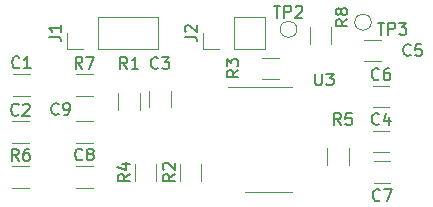
<source format=gbr>
%TF.GenerationSoftware,KiCad,Pcbnew,(6.0.4)*%
%TF.CreationDate,2022-08-01T11:19:28+10:00*%
%TF.ProjectId,GSR + ST V2,47535220-2b20-4535-9420-56322e6b6963,rev?*%
%TF.SameCoordinates,Original*%
%TF.FileFunction,Legend,Top*%
%TF.FilePolarity,Positive*%
%FSLAX46Y46*%
G04 Gerber Fmt 4.6, Leading zero omitted, Abs format (unit mm)*
G04 Created by KiCad (PCBNEW (6.0.4)) date 2022-08-01 11:19:28*
%MOMM*%
%LPD*%
G01*
G04 APERTURE LIST*
%ADD10C,0.150000*%
%ADD11C,0.120000*%
G04 APERTURE END LIST*
D10*
%TO.C,TP2*%
X202838095Y-105704380D02*
X203409523Y-105704380D01*
X203123809Y-106704380D02*
X203123809Y-105704380D01*
X203742857Y-106704380D02*
X203742857Y-105704380D01*
X204123809Y-105704380D01*
X204219047Y-105752000D01*
X204266666Y-105799619D01*
X204314285Y-105894857D01*
X204314285Y-106037714D01*
X204266666Y-106132952D01*
X204219047Y-106180571D01*
X204123809Y-106228190D01*
X203742857Y-106228190D01*
X204695238Y-105799619D02*
X204742857Y-105752000D01*
X204838095Y-105704380D01*
X205076190Y-105704380D01*
X205171428Y-105752000D01*
X205219047Y-105799619D01*
X205266666Y-105894857D01*
X205266666Y-105990095D01*
X205219047Y-106132952D01*
X204647619Y-106704380D01*
X205266666Y-106704380D01*
%TO.C,J2*%
X195322380Y-108333333D02*
X196036666Y-108333333D01*
X196179523Y-108380952D01*
X196274761Y-108476190D01*
X196322380Y-108619047D01*
X196322380Y-108714285D01*
X195417619Y-107904761D02*
X195370000Y-107857142D01*
X195322380Y-107761904D01*
X195322380Y-107523809D01*
X195370000Y-107428571D01*
X195417619Y-107380952D01*
X195512857Y-107333333D01*
X195608095Y-107333333D01*
X195750952Y-107380952D01*
X196322380Y-107952380D01*
X196322380Y-107333333D01*
%TO.C,C2*%
X181233333Y-114907142D02*
X181185714Y-114954761D01*
X181042857Y-115002380D01*
X180947619Y-115002380D01*
X180804761Y-114954761D01*
X180709523Y-114859523D01*
X180661904Y-114764285D01*
X180614285Y-114573809D01*
X180614285Y-114430952D01*
X180661904Y-114240476D01*
X180709523Y-114145238D01*
X180804761Y-114050000D01*
X180947619Y-114002380D01*
X181042857Y-114002380D01*
X181185714Y-114050000D01*
X181233333Y-114097619D01*
X181614285Y-114097619D02*
X181661904Y-114050000D01*
X181757142Y-114002380D01*
X181995238Y-114002380D01*
X182090476Y-114050000D01*
X182138095Y-114097619D01*
X182185714Y-114192857D01*
X182185714Y-114288095D01*
X182138095Y-114430952D01*
X181566666Y-115002380D01*
X182185714Y-115002380D01*
%TO.C,C1*%
X181308333Y-110907142D02*
X181260714Y-110954761D01*
X181117857Y-111002380D01*
X181022619Y-111002380D01*
X180879761Y-110954761D01*
X180784523Y-110859523D01*
X180736904Y-110764285D01*
X180689285Y-110573809D01*
X180689285Y-110430952D01*
X180736904Y-110240476D01*
X180784523Y-110145238D01*
X180879761Y-110050000D01*
X181022619Y-110002380D01*
X181117857Y-110002380D01*
X181260714Y-110050000D01*
X181308333Y-110097619D01*
X182260714Y-111002380D02*
X181689285Y-111002380D01*
X181975000Y-111002380D02*
X181975000Y-110002380D01*
X181879761Y-110145238D01*
X181784523Y-110240476D01*
X181689285Y-110288095D01*
%TO.C,R4*%
X190652380Y-119966666D02*
X190176190Y-120300000D01*
X190652380Y-120538095D02*
X189652380Y-120538095D01*
X189652380Y-120157142D01*
X189700000Y-120061904D01*
X189747619Y-120014285D01*
X189842857Y-119966666D01*
X189985714Y-119966666D01*
X190080952Y-120014285D01*
X190128571Y-120061904D01*
X190176190Y-120157142D01*
X190176190Y-120538095D01*
X189985714Y-119109523D02*
X190652380Y-119109523D01*
X189604761Y-119347619D02*
X190319047Y-119585714D01*
X190319047Y-118966666D01*
%TO.C,R5*%
X208533333Y-115802380D02*
X208200000Y-115326190D01*
X207961904Y-115802380D02*
X207961904Y-114802380D01*
X208342857Y-114802380D01*
X208438095Y-114850000D01*
X208485714Y-114897619D01*
X208533333Y-114992857D01*
X208533333Y-115135714D01*
X208485714Y-115230952D01*
X208438095Y-115278571D01*
X208342857Y-115326190D01*
X207961904Y-115326190D01*
X209438095Y-114802380D02*
X208961904Y-114802380D01*
X208914285Y-115278571D01*
X208961904Y-115230952D01*
X209057142Y-115183333D01*
X209295238Y-115183333D01*
X209390476Y-115230952D01*
X209438095Y-115278571D01*
X209485714Y-115373809D01*
X209485714Y-115611904D01*
X209438095Y-115707142D01*
X209390476Y-115754761D01*
X209295238Y-115802380D01*
X209057142Y-115802380D01*
X208961904Y-115754761D01*
X208914285Y-115707142D01*
%TO.C,C8*%
X186633333Y-118707142D02*
X186585714Y-118754761D01*
X186442857Y-118802380D01*
X186347619Y-118802380D01*
X186204761Y-118754761D01*
X186109523Y-118659523D01*
X186061904Y-118564285D01*
X186014285Y-118373809D01*
X186014285Y-118230952D01*
X186061904Y-118040476D01*
X186109523Y-117945238D01*
X186204761Y-117850000D01*
X186347619Y-117802380D01*
X186442857Y-117802380D01*
X186585714Y-117850000D01*
X186633333Y-117897619D01*
X187204761Y-118230952D02*
X187109523Y-118183333D01*
X187061904Y-118135714D01*
X187014285Y-118040476D01*
X187014285Y-117992857D01*
X187061904Y-117897619D01*
X187109523Y-117850000D01*
X187204761Y-117802380D01*
X187395238Y-117802380D01*
X187490476Y-117850000D01*
X187538095Y-117897619D01*
X187585714Y-117992857D01*
X187585714Y-118040476D01*
X187538095Y-118135714D01*
X187490476Y-118183333D01*
X187395238Y-118230952D01*
X187204761Y-118230952D01*
X187109523Y-118278571D01*
X187061904Y-118326190D01*
X187014285Y-118421428D01*
X187014285Y-118611904D01*
X187061904Y-118707142D01*
X187109523Y-118754761D01*
X187204761Y-118802380D01*
X187395238Y-118802380D01*
X187490476Y-118754761D01*
X187538095Y-118707142D01*
X187585714Y-118611904D01*
X187585714Y-118421428D01*
X187538095Y-118326190D01*
X187490476Y-118278571D01*
X187395238Y-118230952D01*
%TO.C,C9*%
X184633333Y-114857142D02*
X184585714Y-114904761D01*
X184442857Y-114952380D01*
X184347619Y-114952380D01*
X184204761Y-114904761D01*
X184109523Y-114809523D01*
X184061904Y-114714285D01*
X184014285Y-114523809D01*
X184014285Y-114380952D01*
X184061904Y-114190476D01*
X184109523Y-114095238D01*
X184204761Y-114000000D01*
X184347619Y-113952380D01*
X184442857Y-113952380D01*
X184585714Y-114000000D01*
X184633333Y-114047619D01*
X185109523Y-114952380D02*
X185300000Y-114952380D01*
X185395238Y-114904761D01*
X185442857Y-114857142D01*
X185538095Y-114714285D01*
X185585714Y-114523809D01*
X185585714Y-114142857D01*
X185538095Y-114047619D01*
X185490476Y-114000000D01*
X185395238Y-113952380D01*
X185204761Y-113952380D01*
X185109523Y-114000000D01*
X185061904Y-114047619D01*
X185014285Y-114142857D01*
X185014285Y-114380952D01*
X185061904Y-114476190D01*
X185109523Y-114523809D01*
X185204761Y-114571428D01*
X185395238Y-114571428D01*
X185490476Y-114523809D01*
X185538095Y-114476190D01*
X185585714Y-114380952D01*
%TO.C,U3*%
X206338095Y-111452380D02*
X206338095Y-112261904D01*
X206385714Y-112357142D01*
X206433333Y-112404761D01*
X206528571Y-112452380D01*
X206719047Y-112452380D01*
X206814285Y-112404761D01*
X206861904Y-112357142D01*
X206909523Y-112261904D01*
X206909523Y-111452380D01*
X207290476Y-111452380D02*
X207909523Y-111452380D01*
X207576190Y-111833333D01*
X207719047Y-111833333D01*
X207814285Y-111880952D01*
X207861904Y-111928571D01*
X207909523Y-112023809D01*
X207909523Y-112261904D01*
X207861904Y-112357142D01*
X207814285Y-112404761D01*
X207719047Y-112452380D01*
X207433333Y-112452380D01*
X207338095Y-112404761D01*
X207290476Y-112357142D01*
%TO.C,R1*%
X190433333Y-111052380D02*
X190100000Y-110576190D01*
X189861904Y-111052380D02*
X189861904Y-110052380D01*
X190242857Y-110052380D01*
X190338095Y-110100000D01*
X190385714Y-110147619D01*
X190433333Y-110242857D01*
X190433333Y-110385714D01*
X190385714Y-110480952D01*
X190338095Y-110528571D01*
X190242857Y-110576190D01*
X189861904Y-110576190D01*
X191385714Y-111052380D02*
X190814285Y-111052380D01*
X191100000Y-111052380D02*
X191100000Y-110052380D01*
X191004761Y-110195238D01*
X190909523Y-110290476D01*
X190814285Y-110338095D01*
%TO.C,C4*%
X211758333Y-115707142D02*
X211710714Y-115754761D01*
X211567857Y-115802380D01*
X211472619Y-115802380D01*
X211329761Y-115754761D01*
X211234523Y-115659523D01*
X211186904Y-115564285D01*
X211139285Y-115373809D01*
X211139285Y-115230952D01*
X211186904Y-115040476D01*
X211234523Y-114945238D01*
X211329761Y-114850000D01*
X211472619Y-114802380D01*
X211567857Y-114802380D01*
X211710714Y-114850000D01*
X211758333Y-114897619D01*
X212615476Y-115135714D02*
X212615476Y-115802380D01*
X212377380Y-114754761D02*
X212139285Y-115469047D01*
X212758333Y-115469047D01*
%TO.C,J1*%
X183797380Y-108333333D02*
X184511666Y-108333333D01*
X184654523Y-108380952D01*
X184749761Y-108476190D01*
X184797380Y-108619047D01*
X184797380Y-108714285D01*
X184797380Y-107333333D02*
X184797380Y-107904761D01*
X184797380Y-107619047D02*
X183797380Y-107619047D01*
X183940238Y-107714285D01*
X184035476Y-107809523D01*
X184083095Y-107904761D01*
%TO.C,R7*%
X186633333Y-111032380D02*
X186300000Y-110556190D01*
X186061904Y-111032380D02*
X186061904Y-110032380D01*
X186442857Y-110032380D01*
X186538095Y-110080000D01*
X186585714Y-110127619D01*
X186633333Y-110222857D01*
X186633333Y-110365714D01*
X186585714Y-110460952D01*
X186538095Y-110508571D01*
X186442857Y-110556190D01*
X186061904Y-110556190D01*
X186966666Y-110032380D02*
X187633333Y-110032380D01*
X187204761Y-111032380D01*
%TO.C,R6*%
X181233333Y-118832380D02*
X180900000Y-118356190D01*
X180661904Y-118832380D02*
X180661904Y-117832380D01*
X181042857Y-117832380D01*
X181138095Y-117880000D01*
X181185714Y-117927619D01*
X181233333Y-118022857D01*
X181233333Y-118165714D01*
X181185714Y-118260952D01*
X181138095Y-118308571D01*
X181042857Y-118356190D01*
X180661904Y-118356190D01*
X182090476Y-117832380D02*
X181900000Y-117832380D01*
X181804761Y-117880000D01*
X181757142Y-117927619D01*
X181661904Y-118070476D01*
X181614285Y-118260952D01*
X181614285Y-118641904D01*
X181661904Y-118737142D01*
X181709523Y-118784761D01*
X181804761Y-118832380D01*
X181995238Y-118832380D01*
X182090476Y-118784761D01*
X182138095Y-118737142D01*
X182185714Y-118641904D01*
X182185714Y-118403809D01*
X182138095Y-118308571D01*
X182090476Y-118260952D01*
X181995238Y-118213333D01*
X181804761Y-118213333D01*
X181709523Y-118260952D01*
X181661904Y-118308571D01*
X181614285Y-118403809D01*
%TO.C,C5*%
X214433333Y-109857142D02*
X214385714Y-109904761D01*
X214242857Y-109952380D01*
X214147619Y-109952380D01*
X214004761Y-109904761D01*
X213909523Y-109809523D01*
X213861904Y-109714285D01*
X213814285Y-109523809D01*
X213814285Y-109380952D01*
X213861904Y-109190476D01*
X213909523Y-109095238D01*
X214004761Y-109000000D01*
X214147619Y-108952380D01*
X214242857Y-108952380D01*
X214385714Y-109000000D01*
X214433333Y-109047619D01*
X215338095Y-108952380D02*
X214861904Y-108952380D01*
X214814285Y-109428571D01*
X214861904Y-109380952D01*
X214957142Y-109333333D01*
X215195238Y-109333333D01*
X215290476Y-109380952D01*
X215338095Y-109428571D01*
X215385714Y-109523809D01*
X215385714Y-109761904D01*
X215338095Y-109857142D01*
X215290476Y-109904761D01*
X215195238Y-109952380D01*
X214957142Y-109952380D01*
X214861904Y-109904761D01*
X214814285Y-109857142D01*
%TO.C,TP3*%
X211638095Y-107152380D02*
X212209523Y-107152380D01*
X211923809Y-108152380D02*
X211923809Y-107152380D01*
X212542857Y-108152380D02*
X212542857Y-107152380D01*
X212923809Y-107152380D01*
X213019047Y-107200000D01*
X213066666Y-107247619D01*
X213114285Y-107342857D01*
X213114285Y-107485714D01*
X213066666Y-107580952D01*
X213019047Y-107628571D01*
X212923809Y-107676190D01*
X212542857Y-107676190D01*
X213447619Y-107152380D02*
X214066666Y-107152380D01*
X213733333Y-107533333D01*
X213876190Y-107533333D01*
X213971428Y-107580952D01*
X214019047Y-107628571D01*
X214066666Y-107723809D01*
X214066666Y-107961904D01*
X214019047Y-108057142D01*
X213971428Y-108104761D01*
X213876190Y-108152380D01*
X213590476Y-108152380D01*
X213495238Y-108104761D01*
X213447619Y-108057142D01*
%TO.C,C7*%
X211833333Y-122157142D02*
X211785714Y-122204761D01*
X211642857Y-122252380D01*
X211547619Y-122252380D01*
X211404761Y-122204761D01*
X211309523Y-122109523D01*
X211261904Y-122014285D01*
X211214285Y-121823809D01*
X211214285Y-121680952D01*
X211261904Y-121490476D01*
X211309523Y-121395238D01*
X211404761Y-121300000D01*
X211547619Y-121252380D01*
X211642857Y-121252380D01*
X211785714Y-121300000D01*
X211833333Y-121347619D01*
X212166666Y-121252380D02*
X212833333Y-121252380D01*
X212404761Y-122252380D01*
%TO.C,R8*%
X209072380Y-106866666D02*
X208596190Y-107200000D01*
X209072380Y-107438095D02*
X208072380Y-107438095D01*
X208072380Y-107057142D01*
X208120000Y-106961904D01*
X208167619Y-106914285D01*
X208262857Y-106866666D01*
X208405714Y-106866666D01*
X208500952Y-106914285D01*
X208548571Y-106961904D01*
X208596190Y-107057142D01*
X208596190Y-107438095D01*
X208500952Y-106295238D02*
X208453333Y-106390476D01*
X208405714Y-106438095D01*
X208310476Y-106485714D01*
X208262857Y-106485714D01*
X208167619Y-106438095D01*
X208120000Y-106390476D01*
X208072380Y-106295238D01*
X208072380Y-106104761D01*
X208120000Y-106009523D01*
X208167619Y-105961904D01*
X208262857Y-105914285D01*
X208310476Y-105914285D01*
X208405714Y-105961904D01*
X208453333Y-106009523D01*
X208500952Y-106104761D01*
X208500952Y-106295238D01*
X208548571Y-106390476D01*
X208596190Y-106438095D01*
X208691428Y-106485714D01*
X208881904Y-106485714D01*
X208977142Y-106438095D01*
X209024761Y-106390476D01*
X209072380Y-106295238D01*
X209072380Y-106104761D01*
X209024761Y-106009523D01*
X208977142Y-105961904D01*
X208881904Y-105914285D01*
X208691428Y-105914285D01*
X208596190Y-105961904D01*
X208548571Y-106009523D01*
X208500952Y-106104761D01*
%TO.C,R3*%
X199852380Y-111166666D02*
X199376190Y-111500000D01*
X199852380Y-111738095D02*
X198852380Y-111738095D01*
X198852380Y-111357142D01*
X198900000Y-111261904D01*
X198947619Y-111214285D01*
X199042857Y-111166666D01*
X199185714Y-111166666D01*
X199280952Y-111214285D01*
X199328571Y-111261904D01*
X199376190Y-111357142D01*
X199376190Y-111738095D01*
X198852380Y-110833333D02*
X198852380Y-110214285D01*
X199233333Y-110547619D01*
X199233333Y-110404761D01*
X199280952Y-110309523D01*
X199328571Y-110261904D01*
X199423809Y-110214285D01*
X199661904Y-110214285D01*
X199757142Y-110261904D01*
X199804761Y-110309523D01*
X199852380Y-110404761D01*
X199852380Y-110690476D01*
X199804761Y-110785714D01*
X199757142Y-110833333D01*
%TO.C,R2*%
X194452380Y-119966666D02*
X193976190Y-120300000D01*
X194452380Y-120538095D02*
X193452380Y-120538095D01*
X193452380Y-120157142D01*
X193500000Y-120061904D01*
X193547619Y-120014285D01*
X193642857Y-119966666D01*
X193785714Y-119966666D01*
X193880952Y-120014285D01*
X193928571Y-120061904D01*
X193976190Y-120157142D01*
X193976190Y-120538095D01*
X193547619Y-119585714D02*
X193500000Y-119538095D01*
X193452380Y-119442857D01*
X193452380Y-119204761D01*
X193500000Y-119109523D01*
X193547619Y-119061904D01*
X193642857Y-119014285D01*
X193738095Y-119014285D01*
X193880952Y-119061904D01*
X194452380Y-119633333D01*
X194452380Y-119014285D01*
%TO.C,C3*%
X193033333Y-110957142D02*
X192985714Y-111004761D01*
X192842857Y-111052380D01*
X192747619Y-111052380D01*
X192604761Y-111004761D01*
X192509523Y-110909523D01*
X192461904Y-110814285D01*
X192414285Y-110623809D01*
X192414285Y-110480952D01*
X192461904Y-110290476D01*
X192509523Y-110195238D01*
X192604761Y-110100000D01*
X192747619Y-110052380D01*
X192842857Y-110052380D01*
X192985714Y-110100000D01*
X193033333Y-110147619D01*
X193366666Y-110052380D02*
X193985714Y-110052380D01*
X193652380Y-110433333D01*
X193795238Y-110433333D01*
X193890476Y-110480952D01*
X193938095Y-110528571D01*
X193985714Y-110623809D01*
X193985714Y-110861904D01*
X193938095Y-110957142D01*
X193890476Y-111004761D01*
X193795238Y-111052380D01*
X193509523Y-111052380D01*
X193414285Y-111004761D01*
X193366666Y-110957142D01*
%TO.C,C6*%
X211758333Y-111907142D02*
X211710714Y-111954761D01*
X211567857Y-112002380D01*
X211472619Y-112002380D01*
X211329761Y-111954761D01*
X211234523Y-111859523D01*
X211186904Y-111764285D01*
X211139285Y-111573809D01*
X211139285Y-111430952D01*
X211186904Y-111240476D01*
X211234523Y-111145238D01*
X211329761Y-111050000D01*
X211472619Y-111002380D01*
X211567857Y-111002380D01*
X211710714Y-111050000D01*
X211758333Y-111097619D01*
X212615476Y-111002380D02*
X212425000Y-111002380D01*
X212329761Y-111050000D01*
X212282142Y-111097619D01*
X212186904Y-111240476D01*
X212139285Y-111430952D01*
X212139285Y-111811904D01*
X212186904Y-111907142D01*
X212234523Y-111954761D01*
X212329761Y-112002380D01*
X212520238Y-112002380D01*
X212615476Y-111954761D01*
X212663095Y-111907142D01*
X212710714Y-111811904D01*
X212710714Y-111573809D01*
X212663095Y-111478571D01*
X212615476Y-111430952D01*
X212520238Y-111383333D01*
X212329761Y-111383333D01*
X212234523Y-111430952D01*
X212186904Y-111478571D01*
X212139285Y-111573809D01*
D11*
%TO.C,TP2*%
X204800000Y-107700000D02*
G75*
G03*
X204800000Y-107700000I-700000J0D01*
G01*
%TO.C,J2*%
X199470000Y-109330000D02*
X202070000Y-109330000D01*
X199470000Y-106670000D02*
X202070000Y-106670000D01*
X198200000Y-109330000D02*
X196870000Y-109330000D01*
X199470000Y-109330000D02*
X199470000Y-106670000D01*
X196870000Y-109330000D02*
X196870000Y-108000000D01*
X202070000Y-109330000D02*
X202070000Y-106670000D01*
%TO.C,C2*%
X180688748Y-115490000D02*
X182111252Y-115490000D01*
X180688748Y-117310000D02*
X182111252Y-117310000D01*
%TO.C,C1*%
X180763748Y-113310000D02*
X182186252Y-113310000D01*
X180763748Y-111490000D02*
X182186252Y-111490000D01*
%TO.C,R4*%
X191090000Y-120527064D02*
X191090000Y-119072936D01*
X192910000Y-120527064D02*
X192910000Y-119072936D01*
%TO.C,R5*%
X207390000Y-119227064D02*
X207390000Y-117772936D01*
X209210000Y-119227064D02*
X209210000Y-117772936D01*
%TO.C,C8*%
X186088748Y-121110000D02*
X187511252Y-121110000D01*
X186088748Y-119290000D02*
X187511252Y-119290000D01*
%TO.C,C9*%
X186088748Y-117310000D02*
X187511252Y-117310000D01*
X186088748Y-115490000D02*
X187511252Y-115490000D01*
%TO.C,U3*%
X202400000Y-112565000D02*
X204350000Y-112565000D01*
X202400000Y-121435000D02*
X200450000Y-121435000D01*
X202400000Y-112565000D02*
X198950000Y-112565000D01*
X202400000Y-121435000D02*
X204350000Y-121435000D01*
%TO.C,R1*%
X191510000Y-114527064D02*
X191510000Y-113072936D01*
X189690000Y-114527064D02*
X189690000Y-113072936D01*
%TO.C,C4*%
X211213748Y-116290000D02*
X212636252Y-116290000D01*
X211213748Y-118110000D02*
X212636252Y-118110000D01*
%TO.C,J1*%
X186675000Y-109330000D02*
X185345000Y-109330000D01*
X187945000Y-106670000D02*
X193085000Y-106670000D01*
X187945000Y-109330000D02*
X193085000Y-109330000D01*
X193085000Y-109330000D02*
X193085000Y-106670000D01*
X185345000Y-109330000D02*
X185345000Y-108000000D01*
X187945000Y-109330000D02*
X187945000Y-106670000D01*
%TO.C,R7*%
X186072936Y-111490000D02*
X187527064Y-111490000D01*
X186072936Y-113310000D02*
X187527064Y-113310000D01*
%TO.C,R6*%
X180672936Y-119290000D02*
X182127064Y-119290000D01*
X180672936Y-121110000D02*
X182127064Y-121110000D01*
%TO.C,C5*%
X210488748Y-108590000D02*
X211911252Y-108590000D01*
X210488748Y-110410000D02*
X211911252Y-110410000D01*
%TO.C,TP3*%
X211100000Y-107100000D02*
G75*
G03*
X211100000Y-107100000I-700000J0D01*
G01*
%TO.C,C7*%
X211288748Y-120710000D02*
X212711252Y-120710000D01*
X211288748Y-118890000D02*
X212711252Y-118890000D01*
%TO.C,R8*%
X205890000Y-107472936D02*
X205890000Y-108927064D01*
X207710000Y-107472936D02*
X207710000Y-108927064D01*
%TO.C,R3*%
X201872936Y-111910000D02*
X203327064Y-111910000D01*
X201872936Y-110090000D02*
X203327064Y-110090000D01*
%TO.C,R2*%
X194890000Y-119072936D02*
X194890000Y-120527064D01*
X196710000Y-119072936D02*
X196710000Y-120527064D01*
%TO.C,C3*%
X194110000Y-114311252D02*
X194110000Y-112888748D01*
X192290000Y-114311252D02*
X192290000Y-112888748D01*
%TO.C,C6*%
X211213748Y-112490000D02*
X212636252Y-112490000D01*
X211213748Y-114310000D02*
X212636252Y-114310000D01*
%TD*%
M02*

</source>
